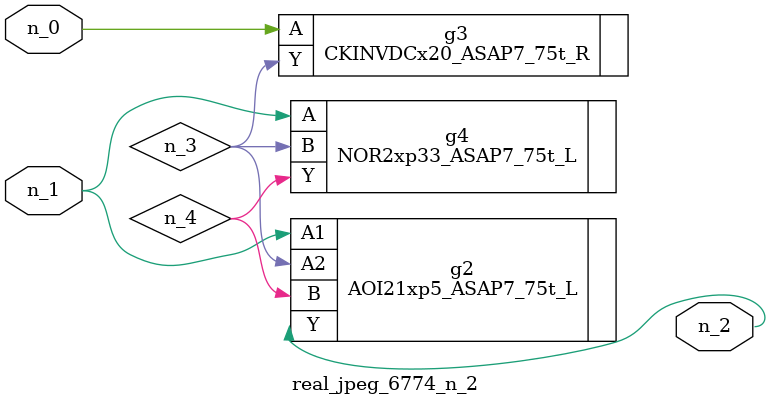
<source format=v>
module real_jpeg_6774_n_2 (n_1, n_0, n_2);

input n_1;
input n_0;

output n_2;

wire n_4;
wire n_3;

CKINVDCx20_ASAP7_75t_R g3 ( 
.A(n_0),
.Y(n_3)
);

AOI21xp5_ASAP7_75t_L g2 ( 
.A1(n_1),
.A2(n_3),
.B(n_4),
.Y(n_2)
);

NOR2xp33_ASAP7_75t_L g4 ( 
.A(n_1),
.B(n_3),
.Y(n_4)
);


endmodule
</source>
